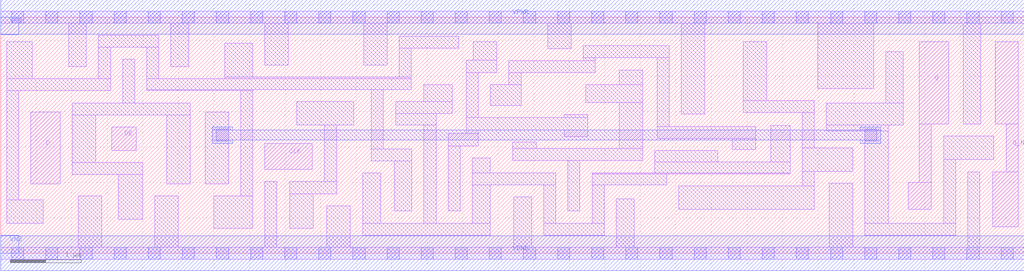
<source format=lef>
# Copyright 2020 The SkyWater PDK Authors
#
# Licensed under the Apache License, Version 2.0 (the "License");
# you may not use this file except in compliance with the License.
# You may obtain a copy of the License at
#
#     https://www.apache.org/licenses/LICENSE-2.0
#
# Unless required by applicable law or agreed to in writing, software
# distributed under the License is distributed on an "AS IS" BASIS,
# WITHOUT WARRANTIES OR CONDITIONS OF ANY KIND, either express or implied.
# See the License for the specific language governing permissions and
# limitations under the License.
#
# SPDX-License-Identifier: Apache-2.0

VERSION 5.5 ;
NAMESCASESENSITIVE ON ;
BUSBITCHARS "[]" ;
DIVIDERCHAR "/" ;
MACRO sky130_fd_sc_ms__edfxbp_1
  CLASS CORE ;
  SOURCE USER ;
  ORIGIN  0.000000  0.000000 ;
  SIZE  14.40000 BY  3.330000 ;
  SYMMETRY X Y ;
  SITE unit ;
  PIN D
    ANTENNAGATEAREA  0.126000 ;
    DIRECTION INPUT ;
    USE SIGNAL ;
    PORT
      LAYER li1 ;
        RECT 0.425000 0.980000 0.835000 1.990000 ;
    END
  END D
  PIN DE
    ANTENNAGATEAREA  0.285000 ;
    DIRECTION INPUT ;
    USE SIGNAL ;
    PORT
      LAYER li1 ;
        RECT 1.565000 1.450000 1.905000 1.780000 ;
    END
  END DE
  PIN Q
    ANTENNADIFFAREA  0.541300 ;
    DIRECTION OUTPUT ;
    USE SIGNAL ;
    PORT
      LAYER li1 ;
        RECT 12.765000 0.620000 13.095000 1.000000 ;
        RECT 12.925000 1.000000 13.095000 1.820000 ;
        RECT 12.925000 1.820000 13.340000 2.980000 ;
    END
  END Q
  PIN Q_N
    ANTENNADIFFAREA  0.541300 ;
    DIRECTION OUTPUT ;
    USE SIGNAL ;
    PORT
      LAYER li1 ;
        RECT 13.955000 0.370000 14.315000 1.150000 ;
        RECT 13.990000 1.820000 14.315000 2.980000 ;
        RECT 14.145000 1.150000 14.315000 1.820000 ;
    END
  END Q_N
  PIN CLK
    ANTENNAGATEAREA  0.279000 ;
    DIRECTION INPUT ;
    USE CLOCK ;
    PORT
      LAYER li1 ;
        RECT 3.715000 1.180000 4.385000 1.550000 ;
    END
  END CLK
  PIN VGND
    DIRECTION INOUT ;
    USE GROUND ;
    PORT
      LAYER met1 ;
        RECT 0.000000 -0.245000 14.400000 0.245000 ;
    END
  END VGND
  PIN VNB
    DIRECTION INOUT ;
    USE GROUND ;
    PORT
      LAYER met1 ;
        RECT 0.000000 0.000000 0.250000 0.250000 ;
    END
  END VNB
  PIN VPB
    DIRECTION INOUT ;
    USE POWER ;
    PORT
      LAYER met1 ;
        RECT 0.000000 3.080000 0.250000 3.330000 ;
    END
  END VPB
  PIN VPWR
    DIRECTION INOUT ;
    USE POWER ;
    PORT
      LAYER met1 ;
        RECT 0.000000 3.085000 14.400000 3.575000 ;
    END
  END VPWR
  OBS
    LAYER li1 ;
      RECT  0.000000 -0.085000 14.400000 0.085000 ;
      RECT  0.000000  3.245000 14.400000 3.415000 ;
      RECT  0.085000  0.420000  0.600000 0.750000 ;
      RECT  0.085000  0.750000  0.255000 2.290000 ;
      RECT  0.085000  2.290000  1.545000 2.460000 ;
      RECT  0.085000  2.460000  0.445000 2.980000 ;
      RECT  0.955000  2.630000  1.205000 3.245000 ;
      RECT  1.005000  1.110000  2.000000 1.280000 ;
      RECT  1.005000  1.280000  1.335000 1.950000 ;
      RECT  1.005000  1.950000  2.665000 2.120000 ;
      RECT  1.090000  0.085000  1.420000 0.810000 ;
      RECT  1.375000  2.460000  1.545000 2.905000 ;
      RECT  1.375000  2.905000  2.225000 3.075000 ;
      RECT  1.650000  0.480000  2.000000 1.110000 ;
      RECT  1.715000  2.120000  1.885000 2.735000 ;
      RECT  2.055000  2.290000  3.545000 2.310000 ;
      RECT  2.055000  2.310000  5.775000 2.460000 ;
      RECT  2.055000  2.460000  2.225000 2.905000 ;
      RECT  2.170000  0.085000  2.500000 0.810000 ;
      RECT  2.335000  0.980000  2.665000 1.950000 ;
      RECT  2.395000  2.630000  2.645000 3.245000 ;
      RECT  2.875000  0.980000  3.205000 1.990000 ;
      RECT  3.000000  0.350000  3.545000 0.810000 ;
      RECT  3.155000  2.460000  5.775000 2.480000 ;
      RECT  3.155000  2.480000  3.545000 2.960000 ;
      RECT  3.375000  0.810000  3.545000 2.290000 ;
      RECT  3.715000  0.085000  3.885000 1.010000 ;
      RECT  3.715000  2.650000  4.045000 3.245000 ;
      RECT  4.065000  0.350000  4.395000 0.840000 ;
      RECT  4.065000  0.840000  4.725000 1.010000 ;
      RECT  4.165000  1.810000  4.965000 2.140000 ;
      RECT  4.555000  1.010000  4.725000 1.810000 ;
      RECT  4.585000  0.085000  4.915000 0.670000 ;
      RECT  5.095000  0.255000  6.885000 0.425000 ;
      RECT  5.095000  0.425000  5.345000 1.130000 ;
      RECT  5.105000  2.650000  5.435000 3.245000 ;
      RECT  5.215000  1.300000  5.785000 1.470000 ;
      RECT  5.215000  1.470000  5.385000 2.310000 ;
      RECT  5.535000  0.595000  5.785000 1.300000 ;
      RECT  5.555000  1.810000  6.125000 1.970000 ;
      RECT  5.555000  1.970000  6.355000 2.140000 ;
      RECT  5.605000  2.480000  5.775000 2.890000 ;
      RECT  5.605000  2.890000  6.445000 3.060000 ;
      RECT  5.955000  0.425000  6.125000 1.810000 ;
      RECT  5.955000  2.140000  6.355000 2.380000 ;
      RECT  6.295000  0.595000  6.465000 1.515000 ;
      RECT  6.295000  1.515000  6.720000 1.685000 ;
      RECT  6.550000  1.685000  6.720000 1.740000 ;
      RECT  6.550000  1.740000  8.260000 1.910000 ;
      RECT  6.550000  1.910000  6.720000 2.550000 ;
      RECT  6.550000  2.550000  6.980000 2.720000 ;
      RECT  6.635000  0.425000  6.885000 0.965000 ;
      RECT  6.635000  0.965000  7.810000 1.135000 ;
      RECT  6.635000  1.135000  6.885000 1.345000 ;
      RECT  6.650000  2.720000  6.980000 2.980000 ;
      RECT  6.890000  2.080000  7.320000 2.380000 ;
      RECT  7.150000  2.380000  7.320000 2.545000 ;
      RECT  7.150000  2.545000  8.365000 2.715000 ;
      RECT  7.205000  1.305000  9.030000 1.475000 ;
      RECT  7.205000  1.475000  7.535000 1.570000 ;
      RECT  7.220000  0.085000  7.470000 0.795000 ;
      RECT  7.640000  0.255000  8.490000 0.425000 ;
      RECT  7.640000  0.425000  7.810000 0.965000 ;
      RECT  7.695000  2.885000  8.025000 3.245000 ;
      RECT  7.930000  1.645000  8.260000 1.740000 ;
      RECT  7.930000  1.910000  8.260000 1.955000 ;
      RECT  7.980000  0.595000  8.150000 1.305000 ;
      RECT  8.195000  2.715000  8.365000 2.755000 ;
      RECT  8.195000  2.755000  9.405000 2.925000 ;
      RECT  8.230000  2.125000  9.030000 2.375000 ;
      RECT  8.320000  0.425000  8.490000 0.965000 ;
      RECT  8.320000  0.965000  9.370000 1.120000 ;
      RECT  8.320000  1.120000 11.105000 1.135000 ;
      RECT  8.660000  0.085000  8.910000 0.770000 ;
      RECT  8.700000  1.475000  9.030000 2.125000 ;
      RECT  8.700000  2.375000  9.030000 2.585000 ;
      RECT  9.200000  1.135000 11.105000 1.290000 ;
      RECT  9.200000  1.290000 10.085000 1.450000 ;
      RECT  9.235000  1.620000 10.625000 1.790000 ;
      RECT  9.235000  1.790000  9.405000 2.755000 ;
      RECT  9.540000  0.620000 11.445000 0.950000 ;
      RECT  9.575000  1.960000  9.905000 3.245000 ;
      RECT 10.295000  1.460000 10.625000 1.620000 ;
      RECT 10.445000  1.985000 11.445000 2.155000 ;
      RECT 10.445000  2.155000 10.775000 2.980000 ;
      RECT 10.835000  1.290000 11.105000 1.800000 ;
      RECT 11.275000  0.950000 11.445000 1.155000 ;
      RECT 11.275000  1.155000 11.985000 1.485000 ;
      RECT 11.275000  1.485000 11.445000 1.985000 ;
      RECT 11.495000  2.325000 12.280000 3.245000 ;
      RECT 11.615000  1.725000 12.485000 1.805000 ;
      RECT 11.615000  1.805000 12.700000 2.120000 ;
      RECT 11.655000  0.085000 11.985000 0.985000 ;
      RECT 12.155000  0.255000 13.435000 0.425000 ;
      RECT 12.155000  0.425000 12.485000 1.725000 ;
      RECT 12.450000  2.120000 12.700000 2.845000 ;
      RECT 13.265000  0.425000 13.435000 1.320000 ;
      RECT 13.265000  1.320000 13.975000 1.650000 ;
      RECT 13.540000  1.820000 13.790000 3.245000 ;
      RECT 13.605000  0.085000 13.775000 1.150000 ;
    LAYER mcon ;
      RECT  0.155000 -0.085000  0.325000 0.085000 ;
      RECT  0.155000  3.245000  0.325000 3.415000 ;
      RECT  0.635000 -0.085000  0.805000 0.085000 ;
      RECT  0.635000  3.245000  0.805000 3.415000 ;
      RECT  1.115000 -0.085000  1.285000 0.085000 ;
      RECT  1.115000  3.245000  1.285000 3.415000 ;
      RECT  1.595000 -0.085000  1.765000 0.085000 ;
      RECT  1.595000  3.245000  1.765000 3.415000 ;
      RECT  2.075000 -0.085000  2.245000 0.085000 ;
      RECT  2.075000  3.245000  2.245000 3.415000 ;
      RECT  2.555000 -0.085000  2.725000 0.085000 ;
      RECT  2.555000  3.245000  2.725000 3.415000 ;
      RECT  3.035000 -0.085000  3.205000 0.085000 ;
      RECT  3.035000  1.580000  3.205000 1.750000 ;
      RECT  3.035000  3.245000  3.205000 3.415000 ;
      RECT  3.515000 -0.085000  3.685000 0.085000 ;
      RECT  3.515000  3.245000  3.685000 3.415000 ;
      RECT  3.995000 -0.085000  4.165000 0.085000 ;
      RECT  3.995000  3.245000  4.165000 3.415000 ;
      RECT  4.475000 -0.085000  4.645000 0.085000 ;
      RECT  4.475000  3.245000  4.645000 3.415000 ;
      RECT  4.955000 -0.085000  5.125000 0.085000 ;
      RECT  4.955000  3.245000  5.125000 3.415000 ;
      RECT  5.435000 -0.085000  5.605000 0.085000 ;
      RECT  5.435000  3.245000  5.605000 3.415000 ;
      RECT  5.915000 -0.085000  6.085000 0.085000 ;
      RECT  5.915000  3.245000  6.085000 3.415000 ;
      RECT  6.395000 -0.085000  6.565000 0.085000 ;
      RECT  6.395000  3.245000  6.565000 3.415000 ;
      RECT  6.875000 -0.085000  7.045000 0.085000 ;
      RECT  6.875000  3.245000  7.045000 3.415000 ;
      RECT  7.355000 -0.085000  7.525000 0.085000 ;
      RECT  7.355000  3.245000  7.525000 3.415000 ;
      RECT  7.835000 -0.085000  8.005000 0.085000 ;
      RECT  7.835000  3.245000  8.005000 3.415000 ;
      RECT  8.315000 -0.085000  8.485000 0.085000 ;
      RECT  8.315000  3.245000  8.485000 3.415000 ;
      RECT  8.795000 -0.085000  8.965000 0.085000 ;
      RECT  8.795000  3.245000  8.965000 3.415000 ;
      RECT  9.275000 -0.085000  9.445000 0.085000 ;
      RECT  9.275000  3.245000  9.445000 3.415000 ;
      RECT  9.755000 -0.085000  9.925000 0.085000 ;
      RECT  9.755000  3.245000  9.925000 3.415000 ;
      RECT 10.235000 -0.085000 10.405000 0.085000 ;
      RECT 10.235000  3.245000 10.405000 3.415000 ;
      RECT 10.715000 -0.085000 10.885000 0.085000 ;
      RECT 10.715000  3.245000 10.885000 3.415000 ;
      RECT 11.195000 -0.085000 11.365000 0.085000 ;
      RECT 11.195000  3.245000 11.365000 3.415000 ;
      RECT 11.675000 -0.085000 11.845000 0.085000 ;
      RECT 11.675000  3.245000 11.845000 3.415000 ;
      RECT 12.155000 -0.085000 12.325000 0.085000 ;
      RECT 12.155000  1.580000 12.325000 1.750000 ;
      RECT 12.155000  3.245000 12.325000 3.415000 ;
      RECT 12.635000 -0.085000 12.805000 0.085000 ;
      RECT 12.635000  3.245000 12.805000 3.415000 ;
      RECT 13.115000 -0.085000 13.285000 0.085000 ;
      RECT 13.115000  3.245000 13.285000 3.415000 ;
      RECT 13.595000 -0.085000 13.765000 0.085000 ;
      RECT 13.595000  3.245000 13.765000 3.415000 ;
      RECT 14.075000 -0.085000 14.245000 0.085000 ;
      RECT 14.075000  3.245000 14.245000 3.415000 ;
    LAYER met1 ;
      RECT  2.975000 1.550000  3.265000 1.595000 ;
      RECT  2.975000 1.595000 12.385000 1.735000 ;
      RECT  2.975000 1.735000  3.265000 1.780000 ;
      RECT 12.095000 1.550000 12.385000 1.595000 ;
      RECT 12.095000 1.735000 12.385000 1.780000 ;
  END
END sky130_fd_sc_ms__edfxbp_1

</source>
